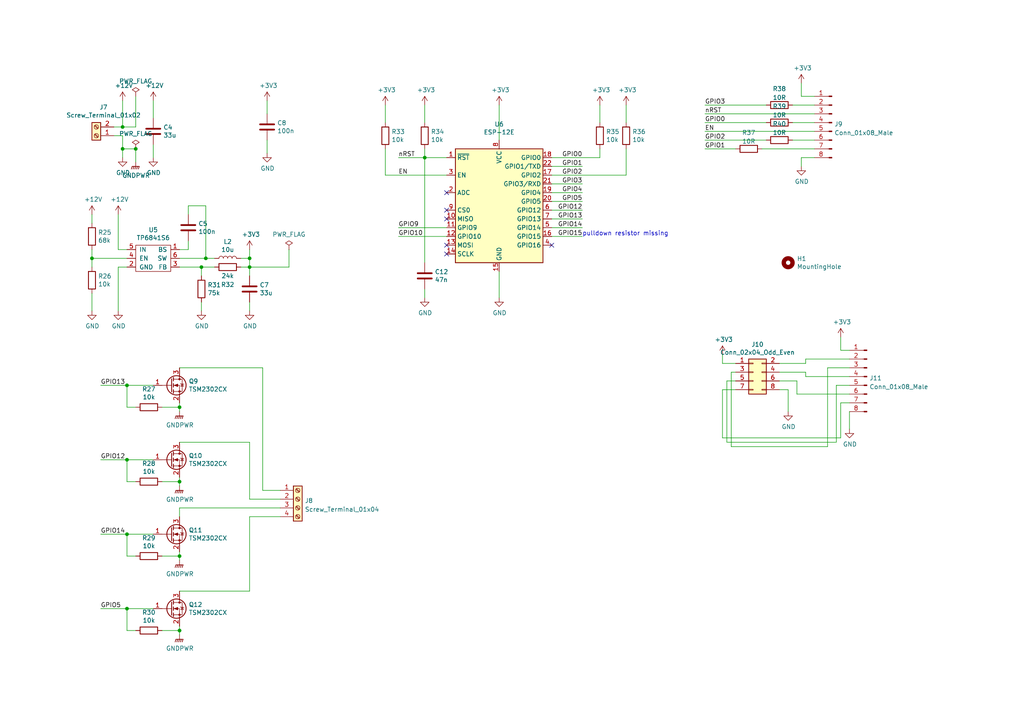
<source format=kicad_sch>
(kicad_sch (version 20211123) (generator eeschema)
  (paper "A4")
  (lib_symbols
    (symbol "Connector:Conn_01x08_Male" (pin_names (offset 1.016) hide)
      (property "Reference" "J" (at 0 10.16 0))
      (property "Value" "Conn_01x08_Male" (at 0 -12.7 0))
      (symbol "Conn_01x08_Male_1_1"
        (polyline (pts (xy 1.27 -10.16) (xy 0.8636 -10.16)) (stroke (width 0.1524)))
        (polyline (pts (xy 1.27 -7.62) (xy 0.8636 -7.62)) (stroke (width 0.1524)))
        (polyline (pts (xy 1.27 -5.08) (xy 0.8636 -5.08)) (stroke (width 0.1524)))
        (polyline (pts (xy 1.27 -2.54) (xy 0.8636 -2.54)) (stroke (width 0.1524)))
        (polyline (pts (xy 1.27 0) (xy 0.8636 0)) (stroke (width 0.1524)))
        (polyline (pts (xy 1.27 2.54) (xy 0.8636 2.54)) (stroke (width 0.1524)))
        (polyline (pts (xy 1.27 5.08) (xy 0.8636 5.08)) (stroke (width 0.1524)))
        (polyline (pts (xy 1.27 7.62) (xy 0.8636 7.62)) (stroke (width 0.1524)))
        (rectangle (start 0.8636 -10.033) (end 0 -10.287) (stroke (width 0.1524)) (fill (type outline)))
        (rectangle (start 0.8636 -7.493) (end 0 -7.747) (stroke (width 0.1524)) (fill (type outline)))
        (rectangle (start 0.8636 -4.953) (end 0 -5.207) (stroke (width 0.1524)) (fill (type outline)))
        (rectangle (start 0.8636 -2.413) (end 0 -2.667) (stroke (width 0.1524)) (fill (type outline)))
        (rectangle (start 0.8636 0.127) (end 0 -0.127) (stroke (width 0.1524)) (fill (type outline)))
        (rectangle (start 0.8636 2.667) (end 0 2.413) (stroke (width 0.1524)) (fill (type outline)))
        (rectangle (start 0.8636 5.207) (end 0 4.953) (stroke (width 0.1524)) (fill (type outline)))
        (rectangle (start 0.8636 7.747) (end 0 7.493) (stroke (width 0.1524)) (fill (type outline)))
        (pin passive line (at 5.08 7.62 180) (length 3.81) (name "Pin_1") (number "1"))
        (pin passive line (at 5.08 5.08 180) (length 3.81) (name "Pin_2") (number "2"))
        (pin passive line (at 5.08 2.54 180) (length 3.81) (name "Pin_3") (number "3"))
        (pin passive line (at 5.08 0 180) (length 3.81) (name "Pin_4") (number "4"))
        (pin passive line (at 5.08 -2.54 180) (length 3.81) (name "Pin_5") (number "5"))
        (pin passive line (at 5.08 -5.08 180) (length 3.81) (name "Pin_6") (number "6"))
        (pin passive line (at 5.08 -7.62 180) (length 3.81) (name "Pin_7") (number "7"))
        (pin passive line (at 5.08 -10.16 180) (length 3.81) (name "Pin_8") (number "8"))
      )
    )
    (symbol "Connector:Screw_Terminal_01x02" (pin_names (offset 1.016) hide)
      (property "Reference" "J" (at 0 2.54 0))
      (property "Value" "Screw_Terminal_01x02" (at 0 -5.08 0))
      (symbol "Screw_Terminal_01x02_1_1"
        (rectangle (start -1.27 1.27) (end 1.27 -3.81) (stroke (width 0.254)) (fill (type background)))
        (circle (center 0 -2.54) (radius 0.635) (stroke (width 0.1524)))
        (polyline (pts (xy -0.5334 -2.2098) (xy 0.3302 -3.048)) (stroke (width 0.1524)))
        (polyline (pts (xy -0.5334 0.3302) (xy 0.3302 -0.508)) (stroke (width 0.1524)))
        (polyline (pts (xy -0.3556 -2.032) (xy 0.508 -2.8702)) (stroke (width 0.1524)))
        (polyline (pts (xy -0.3556 0.508) (xy 0.508 -0.3302)) (stroke (width 0.1524)))
        (circle (center 0 0) (radius 0.635) (stroke (width 0.1524)))
        (pin passive line (at -5.08 0 0) (length 3.81) (name "Pin_1") (number "1"))
        (pin passive line (at -5.08 -2.54 0) (length 3.81) (name "Pin_2") (number "2"))
      )
    )
    (symbol "Connector:Screw_Terminal_01x04" (pin_names (offset 1.016) hide)
      (property "Reference" "J" (at 0 5.08 0))
      (property "Value" "Screw_Terminal_01x04" (at 0 -7.62 0))
      (symbol "Screw_Terminal_01x04_1_1"
        (rectangle (start -1.27 3.81) (end 1.27 -6.35) (stroke (width 0.254)) (fill (type background)))
        (circle (center 0 -5.08) (radius 0.635) (stroke (width 0.1524)))
        (circle (center 0 -2.54) (radius 0.635) (stroke (width 0.1524)))
        (polyline (pts (xy -0.5334 -4.7498) (xy 0.3302 -5.588)) (stroke (width 0.1524)))
        (polyline (pts (xy -0.5334 -2.2098) (xy 0.3302 -3.048)) (stroke (width 0.1524)))
        (polyline (pts (xy -0.5334 0.3302) (xy 0.3302 -0.508)) (stroke (width 0.1524)))
        (polyline (pts (xy -0.5334 2.8702) (xy 0.3302 2.032)) (stroke (width 0.1524)))
        (polyline (pts (xy -0.3556 -4.572) (xy 0.508 -5.4102)) (stroke (width 0.1524)))
        (polyline (pts (xy -0.3556 -2.032) (xy 0.508 -2.8702)) (stroke (width 0.1524)))
        (polyline (pts (xy -0.3556 0.508) (xy 0.508 -0.3302)) (stroke (width 0.1524)))
        (polyline (pts (xy -0.3556 3.048) (xy 0.508 2.2098)) (stroke (width 0.1524)))
        (circle (center 0 0) (radius 0.635) (stroke (width 0.1524)))
        (circle (center 0 2.54) (radius 0.635) (stroke (width 0.1524)))
        (pin passive line (at -5.08 2.54 0) (length 3.81) (name "Pin_1") (number "1"))
        (pin passive line (at -5.08 0 0) (length 3.81) (name "Pin_2") (number "2"))
        (pin passive line (at -5.08 -2.54 0) (length 3.81) (name "Pin_3") (number "3"))
        (pin passive line (at -5.08 -5.08 0) (length 3.81) (name "Pin_4") (number "4"))
      )
    )
    (symbol "Connector_Generic:Conn_02x04_Odd_Even" (pin_names (offset 1.016) hide)
      (property "Reference" "J" (at 1.27 5.08 0))
      (property "Value" "Conn_02x04_Odd_Even" (at 1.27 -7.62 0))
      (symbol "Conn_02x04_Odd_Even_1_1"
        (rectangle (start -1.27 -4.953) (end 0 -5.207) (stroke (width 0.1524)))
        (rectangle (start -1.27 -2.413) (end 0 -2.667) (stroke (width 0.1524)))
        (rectangle (start -1.27 0.127) (end 0 -0.127) (stroke (width 0.1524)))
        (rectangle (start -1.27 2.667) (end 0 2.413) (stroke (width 0.1524)))
        (rectangle (start -1.27 3.81) (end 3.81 -6.35) (stroke (width 0.254)) (fill (type background)))
        (rectangle (start 3.81 -4.953) (end 2.54 -5.207) (stroke (width 0.1524)))
        (rectangle (start 3.81 -2.413) (end 2.54 -2.667) (stroke (width 0.1524)))
        (rectangle (start 3.81 0.127) (end 2.54 -0.127) (stroke (width 0.1524)))
        (rectangle (start 3.81 2.667) (end 2.54 2.413) (stroke (width 0.1524)))
        (pin passive line (at -5.08 2.54 0) (length 3.81) (name "Pin_1") (number "1"))
        (pin passive line (at 7.62 2.54 180) (length 3.81) (name "Pin_2") (number "2"))
        (pin passive line (at -5.08 0 0) (length 3.81) (name "Pin_3") (number "3"))
        (pin passive line (at 7.62 0 180) (length 3.81) (name "Pin_4") (number "4"))
        (pin passive line (at -5.08 -2.54 0) (length 3.81) (name "Pin_5") (number "5"))
        (pin passive line (at 7.62 -2.54 180) (length 3.81) (name "Pin_6") (number "6"))
        (pin passive line (at -5.08 -5.08 0) (length 3.81) (name "Pin_7") (number "7"))
        (pin passive line (at 7.62 -5.08 180) (length 3.81) (name "Pin_8") (number "8"))
      )
    )
    (symbol "Device:C" (pin_numbers hide) (pin_names (offset 0.254))
      (property "Reference" "C" (at 0.635 2.54 0))
      (property "Value" "C" (at 0.635 -2.54 0))
      (symbol "C_0_1"
        (polyline (pts (xy -2.032 -0.762) (xy 2.032 -0.762)) (stroke (width 0.508)))
        (polyline (pts (xy -2.032 0.762) (xy 2.032 0.762)) (stroke (width 0.508)))
      )
      (symbol "C_1_1"
        (pin passive line (at 0 3.81 270) (length 2.794) (name "~") (number "1"))
        (pin passive line (at 0 -3.81 90) (length 2.794) (name "~") (number "2"))
      )
    )
    (symbol "Device:L" (pin_numbers hide) (pin_names (offset 1.016) hide)
      (property "Reference" "L" (at -1.27 0 90))
      (property "Value" "L" (at 1.905 0 90))
      (symbol "L_0_1"
        (arc (start 0 -2.54) (mid 0.635 -1.905) (end 0 -1.27))
        (arc (start 0 -1.27) (mid 0.635 -0.635) (end 0 0))
        (arc (start 0 0) (mid 0.635 0.635) (end 0 1.27))
        (arc (start 0 1.27) (mid 0.635 1.905) (end 0 2.54))
      )
      (symbol "L_1_1"
        (pin passive line (at 0 3.81 270) (length 1.27) (name "1") (number "1"))
        (pin passive line (at 0 -3.81 90) (length 1.27) (name "2") (number "2"))
      )
    )
    (symbol "Device:R" (pin_numbers hide) (pin_names (offset 0))
      (property "Reference" "R" (at 2.032 0 90))
      (property "Value" "R" (at 0 0 90))
      (symbol "R_0_1"
        (rectangle (start -1.016 -2.54) (end 1.016 2.54) (stroke (width 0.254)))
      )
      (symbol "R_1_1"
        (pin passive line (at 0 3.81 270) (length 1.27) (name "~") (number "1"))
        (pin passive line (at 0 -3.81 90) (length 1.27) (name "~") (number "2"))
      )
    )
    (symbol "Mechanical:MountingHole" (pin_names (offset 1.016))
      (property "Reference" "H" (at 0 5.08 0))
      (property "Value" "MountingHole" (at 0 3.175 0))
      (symbol "MountingHole_0_1"
        (circle (center 0 0) (radius 1.27) (stroke (width 1.27)))
      )
    )
    (symbol "RF_Module:ESP-12E"
      (property "Reference" "U" (at -12.7 19.05 0))
      (property "Value" "ESP-12E" (at 12.7 19.05 0))
      (symbol "ESP-12E_0_1"
        (rectangle (start -12.7 17.78) (end 12.7 -15.24) (stroke (width 0.254)) (fill (type background)))
      )
      (symbol "ESP-12E_1_1"
        (pin input line (at -15.24 15.24 0) (length 2.54) (name "~{RST}") (number "1"))
        (pin bidirectional line (at -15.24 -2.54 0) (length 2.54) (name "MISO") (number "10"))
        (pin bidirectional line (at -15.24 -5.08 0) (length 2.54) (name "GPIO9") (number "11"))
        (pin bidirectional line (at -15.24 -7.62 0) (length 2.54) (name "GPIO10") (number "12"))
        (pin bidirectional line (at -15.24 -10.16 0) (length 2.54) (name "MOSI") (number "13"))
        (pin bidirectional line (at -15.24 -12.7 0) (length 2.54) (name "SCLK") (number "14"))
        (pin power_in line (at 0 -17.78 90) (length 2.54) (name "GND") (number "15"))
        (pin bidirectional line (at 15.24 -7.62 180) (length 2.54) (name "GPIO15") (number "16"))
        (pin bidirectional line (at 15.24 10.16 180) (length 2.54) (name "GPIO2") (number "17"))
        (pin bidirectional line (at 15.24 15.24 180) (length 2.54) (name "GPIO0") (number "18"))
        (pin bidirectional line (at 15.24 5.08 180) (length 2.54) (name "GPIO4") (number "19"))
        (pin input line (at -15.24 5.08 0) (length 2.54) (name "ADC") (number "2"))
        (pin bidirectional line (at 15.24 2.54 180) (length 2.54) (name "GPIO5") (number "20"))
        (pin bidirectional line (at 15.24 7.62 180) (length 2.54) (name "GPIO3/RXD") (number "21"))
        (pin bidirectional line (at 15.24 12.7 180) (length 2.54) (name "GPIO1/TXD") (number "22"))
        (pin input line (at -15.24 10.16 0) (length 2.54) (name "EN") (number "3"))
        (pin bidirectional line (at 15.24 -10.16 180) (length 2.54) (name "GPIO16") (number "4"))
        (pin bidirectional line (at 15.24 -5.08 180) (length 2.54) (name "GPIO14") (number "5"))
        (pin bidirectional line (at 15.24 0 180) (length 2.54) (name "GPIO12") (number "6"))
        (pin bidirectional line (at 15.24 -2.54 180) (length 2.54) (name "GPIO13") (number "7"))
        (pin power_in line (at 0 20.32 270) (length 2.54) (name "VCC") (number "8"))
        (pin input line (at -15.24 0 0) (length 2.54) (name "CS0") (number "9"))
      )
    )
    (symbol "Transistor_FET:TSM2302CX" (pin_names hide)
      (property "Reference" "Q" (at 5.08 1.905 0))
      (property "Value" "TSM2302CX" (at 5.08 0 0))
      (symbol "TSM2302CX_0_1"
        (polyline (pts (xy 0.254 0) (xy -2.54 0)))
        (polyline (pts (xy 0.254 1.905) (xy 0.254 -1.905)) (stroke (width 0.254)))
        (polyline (pts (xy 0.762 -1.27) (xy 0.762 -2.286)) (stroke (width 0.254)))
        (polyline (pts (xy 0.762 0.508) (xy 0.762 -0.508)) (stroke (width 0.254)))
        (polyline (pts (xy 0.762 2.286) (xy 0.762 1.27)) (stroke (width 0.254)))
        (polyline (pts (xy 2.54 2.54) (xy 2.54 1.778)))
        (polyline (pts (xy 2.54 -2.54) (xy 2.54 0) (xy 0.762 0)))
        (polyline (pts (xy 0.762 -1.778) (xy 3.302 -1.778) (xy 3.302 1.778) (xy 0.762 1.778)))
        (polyline (pts (xy 1.016 0) (xy 2.032 0.381) (xy 2.032 -0.381) (xy 1.016 0)) (fill (type outline)))
        (polyline (pts (xy 2.794 0.508) (xy 2.921 0.381) (xy 3.683 0.381) (xy 3.81 0.254)))
        (polyline (pts (xy 3.302 0.381) (xy 2.921 -0.254) (xy 3.683 -0.254) (xy 3.302 0.381)))
        (circle (center 1.651 0) (radius 2.794) (stroke (width 0.254)))
        (circle (center 2.54 -1.778) (radius 0.254) (fill (type outline)))
        (circle (center 2.54 1.778) (radius 0.254) (fill (type outline)))
      )
      (symbol "TSM2302CX_1_1"
        (pin input line (at -5.08 0 0) (length 2.54) (name "G") (number "1"))
        (pin passive line (at 2.54 -5.08 90) (length 2.54) (name "S") (number "2"))
        (pin passive line (at 2.54 5.08 270) (length 2.54) (name "D") (number "3"))
      )
    )
    (symbol "esp-switch-rescue:+3.3V-power" (power) (pin_names (offset 0))
      (property "Value" "+3.3V-power" (at 0 3.556 0))
      (symbol "+3.3V-power_0_1"
        (polyline (pts (xy -0.762 1.27) (xy 0 2.54)))
        (polyline (pts (xy 0 0) (xy 0 2.54)))
        (polyline (pts (xy 0 2.54) (xy 0.762 1.27)))
      )
      (symbol "+3.3V-power_1_1"
        (pin power_in line (at 0 0 90) (length 0) hide (name "+3V3") (number "1"))
      )
    )
    (symbol "power:+12V" (power) (pin_names (offset 0))
      (property "Value" "+12V" (at 0 3.556 0))
      (symbol "+12V_0_1"
        (polyline (pts (xy -0.762 1.27) (xy 0 2.54)))
        (polyline (pts (xy 0 0) (xy 0 2.54)))
        (polyline (pts (xy 0 2.54) (xy 0.762 1.27)))
      )
      (symbol "+12V_1_1"
        (pin power_in line (at 0 0 90) (length 0) hide (name "+12V") (number "1"))
      )
    )
    (symbol "power:GND" (power) (pin_names (offset 0))
      (property "Value" "GND" (at 0 -3.81 0))
      (symbol "GND_0_1"
        (polyline (pts (xy 0 0) (xy 0 -1.27) (xy 1.27 -1.27) (xy 0 -2.54) (xy -1.27 -1.27) (xy 0 -1.27)))
      )
      (symbol "GND_1_1"
        (pin power_in line (at 0 0 270) (length 0) hide (name "GND") (number "1"))
      )
    )
    (symbol "power:GNDPWR" (power) (pin_names (offset 0))
      (property "Value" "GNDPWR" (at 0 -3.302 0))
      (symbol "GNDPWR_0_1"
        (polyline (pts (xy 0 -1.27) (xy 0 0)))
        (polyline (pts (xy -1.016 -1.27) (xy -1.27 -2.032) (xy -1.27 -2.032)) (stroke (width 0.2032)))
        (polyline (pts (xy -0.508 -1.27) (xy -0.762 -2.032) (xy -0.762 -2.032)) (stroke (width 0.2032)))
        (polyline (pts (xy 0 -1.27) (xy -0.254 -2.032) (xy -0.254 -2.032)) (stroke (width 0.2032)))
        (polyline (pts (xy 0.508 -1.27) (xy 0.254 -2.032) (xy 0.254 -2.032)) (stroke (width 0.2032)))
        (polyline (pts (xy 1.016 -1.27) (xy -1.016 -1.27) (xy -1.016 -1.27)) (stroke (width 0.2032)))
        (polyline (pts (xy 1.016 -1.27) (xy 0.762 -2.032) (xy 0.762 -2.032) (xy 0.762 -2.032)) (stroke (width 0.2032)))
      )
      (symbol "GNDPWR_1_1"
        (pin power_in line (at 0 0 270) (length 0) hide (name "GNDPWR") (number "1"))
      )
    )
    (symbol "power:PWR_FLAG" (power) (pin_numbers hide) (pin_names (offset 0) hide)
      (property "Value" "PWR_FLAG" (at 0 3.81 0))
      (symbol "PWR_FLAG_0_0"
        (pin power_out line (at 0 0 90) (length 0) (name "pwr") (number "1"))
      )
      (symbol "PWR_FLAG_0_1"
        (polyline (pts (xy 0 0) (xy 0 1.27) (xy -1.016 1.905) (xy 0 2.54) (xy 1.016 1.905) (xy 0 1.27)))
      )
    )
    (symbol "symbols:RY8310" (pin_names (offset 1.016))
      (property "Reference" "U" (at 0 -5.08 0))
      (property "Value" "RY8310" (at 0 5.08 0))
      (symbol "RY8310_0_1"
        (rectangle (start -5.08 3.81) (end 5.08 -3.81))
      )
      (symbol "RY8310_1_1"
        (pin passive line (at 7.62 2.54 180) (length 2.54) (name "BS") (number "1"))
        (pin power_in line (at -7.62 -2.54 0) (length 2.54) (name "GND") (number "2"))
        (pin passive line (at 7.62 -2.54 180) (length 2.54) (name "FB") (number "3"))
        (pin input line (at -7.62 0 0) (length 2.54) (name "EN") (number "4"))
        (pin power_in line (at -7.62 2.54 0) (length 2.54) (name "IN") (number "5"))
        (pin power_out line (at 7.62 0 180) (length 2.54) (name "SW") (number "6"))
      )
    )
  )
  (junction (at 36.83 133.35))
  (junction (at 52.07 182.88))
  (junction (at 39.37 43.18))
  (junction (at 52.07 118.11))
  (junction (at 59.69 74.93))
  (junction (at 36.83 111.76))
  (junction (at 26.67 74.93))
  (junction (at 72.39 77.47))
  (junction (at 36.83 176.53))
  (junction (at 72.39 74.93))
  (junction (at 123.19 45.72))
  (junction (at 35.56 36.83))
  (junction (at 35.56 43.18))
  (junction (at 52.07 139.7))
  (junction (at 58.42 77.47))
  (junction (at 36.83 154.94))
  (junction (at 52.07 161.29))
  (no_connect (at 129.54 71.12))
  (no_connect (at 160.02 71.12))
  (no_connect (at 129.54 63.5))
  (no_connect (at 129.54 73.66))
  (no_connect (at 129.54 55.88))
  (no_connect (at 129.54 60.96))
  (wire (pts (xy 168.91 48.26) (xy 160.02 48.26)))
  (wire (pts (xy 52.07 140.97) (xy 52.07 139.7)))
  (wire (pts (xy 111.76 50.8) (xy 111.76 43.18)))
  (wire (pts (xy 72.39 149.86) (xy 72.39 171.45)))
  (wire (pts (xy 52.07 118.11) (xy 52.07 116.84)))
  (wire (pts (xy 72.39 90.17) (xy 72.39 87.63)))
  (wire (pts (xy 52.07 182.88) (xy 52.07 181.61)))
  (wire (pts (xy 209.55 105.41) (xy 209.55 102.87)))
  (wire (pts (xy 72.39 74.93) (xy 69.85 74.93)))
  (wire (pts (xy 54.61 72.39) (xy 52.07 72.39)))
  (wire (pts (xy 209.55 127) (xy 243.84 127)))
  (wire (pts (xy 72.39 128.27) (xy 52.07 128.27)))
  (wire (pts (xy 210.82 128.27) (xy 242.57 128.27)))
  (wire (pts (xy 204.47 33.02) (xy 236.22 33.02)))
  (wire (pts (xy 233.68 109.22) (xy 246.38 109.22)))
  (wire (pts (xy 123.19 83.82) (xy 123.19 86.36)))
  (wire (pts (xy 232.41 48.26) (xy 232.41 45.72)))
  (wire (pts (xy 36.83 161.29) (xy 36.83 154.94)))
  (wire (pts (xy 72.39 77.47) (xy 83.82 77.47)))
  (wire (pts (xy 54.61 59.69) (xy 54.61 62.23)))
  (wire (pts (xy 173.99 35.56) (xy 173.99 30.48)))
  (wire (pts (xy 240.03 106.68) (xy 246.38 106.68)))
  (wire (pts (xy 160.02 58.42) (xy 168.91 58.42)))
  (wire (pts (xy 240.03 129.54) (xy 240.03 106.68)))
  (wire (pts (xy 213.36 113.03) (xy 209.55 113.03)))
  (wire (pts (xy 213.36 107.95) (xy 212.09 107.95)))
  (wire (pts (xy 59.69 59.69) (xy 54.61 59.69)))
  (wire (pts (xy 242.57 111.76) (xy 246.38 111.76)))
  (wire (pts (xy 115.57 45.72) (xy 123.19 45.72)))
  (wire (pts (xy 26.67 64.77) (xy 26.67 62.23)))
  (wire (pts (xy 39.37 161.29) (xy 36.83 161.29)))
  (wire (pts (xy 160.02 60.96) (xy 168.91 60.96)))
  (wire (pts (xy 52.07 162.56) (xy 52.07 161.29)))
  (wire (pts (xy 46.99 182.88) (xy 52.07 182.88)))
  (wire (pts (xy 26.67 74.93) (xy 36.83 74.93)))
  (wire (pts (xy 58.42 90.17) (xy 58.42 87.63)))
  (wire (pts (xy 72.39 171.45) (xy 52.07 171.45)))
  (wire (pts (xy 36.83 154.94) (xy 44.45 154.94)))
  (wire (pts (xy 72.39 144.78) (xy 72.39 128.27)))
  (wire (pts (xy 129.54 66.04) (xy 115.57 66.04)))
  (wire (pts (xy 46.99 118.11) (xy 52.07 118.11)))
  (wire (pts (xy 181.61 50.8) (xy 181.61 43.18)))
  (wire (pts (xy 209.55 113.03) (xy 209.55 127)))
  (wire (pts (xy 34.29 77.47) (xy 36.83 77.47)))
  (wire (pts (xy 232.41 45.72) (xy 236.22 45.72)))
  (wire (pts (xy 76.2 106.68) (xy 76.2 142.24)))
  (wire (pts (xy 160.02 63.5) (xy 168.91 63.5)))
  (wire (pts (xy 58.42 80.01) (xy 58.42 77.47)))
  (wire (pts (xy 52.07 74.93) (xy 59.69 74.93)))
  (wire (pts (xy 59.69 74.93) (xy 62.23 74.93)))
  (wire (pts (xy 34.29 90.17) (xy 34.29 77.47)))
  (wire (pts (xy 26.67 90.17) (xy 26.67 85.09)))
  (wire (pts (xy 243.84 97.79) (xy 243.84 101.6)))
  (wire (pts (xy 233.68 105.41) (xy 233.68 104.14)))
  (wire (pts (xy 212.09 129.54) (xy 240.03 129.54)))
  (wire (pts (xy 228.6 119.38) (xy 228.6 113.03)))
  (wire (pts (xy 35.56 36.83) (xy 33.02 36.83)))
  (wire (pts (xy 123.19 30.48) (xy 123.19 35.56)))
  (wire (pts (xy 72.39 80.01) (xy 72.39 77.47)))
  (wire (pts (xy 231.14 110.49) (xy 231.14 114.3)))
  (wire (pts (xy 123.19 45.72) (xy 129.54 45.72)))
  (wire (pts (xy 46.99 161.29) (xy 52.07 161.29)))
  (wire (pts (xy 243.84 116.84) (xy 246.38 116.84)))
  (wire (pts (xy 52.07 77.47) (xy 58.42 77.47)))
  (wire (pts (xy 39.37 46.99) (xy 39.37 43.18)))
  (wire (pts (xy 36.83 111.76) (xy 44.45 111.76)))
  (wire (pts (xy 204.47 30.48) (xy 222.25 30.48)))
  (wire (pts (xy 29.21 154.94) (xy 36.83 154.94)))
  (wire (pts (xy 204.47 38.1) (xy 236.22 38.1)))
  (wire (pts (xy 204.47 40.64) (xy 222.25 40.64)))
  (wire (pts (xy 44.45 29.21) (xy 44.45 34.29)))
  (wire (pts (xy 233.68 104.14) (xy 246.38 104.14)))
  (wire (pts (xy 160.02 68.58) (xy 168.91 68.58)))
  (wire (pts (xy 204.47 35.56) (xy 222.25 35.56)))
  (wire (pts (xy 160.02 66.04) (xy 168.91 66.04)))
  (wire (pts (xy 52.07 161.29) (xy 52.07 160.02)))
  (wire (pts (xy 58.42 77.47) (xy 62.23 77.47)))
  (wire (pts (xy 232.41 27.94) (xy 236.22 27.94)))
  (wire (pts (xy 52.07 149.86) (xy 52.07 147.32)))
  (wire (pts (xy 232.41 24.13) (xy 232.41 27.94)))
  (wire (pts (xy 72.39 149.86) (xy 81.28 149.86)))
  (wire (pts (xy 243.84 101.6) (xy 246.38 101.6)))
  (wire (pts (xy 39.37 36.83) (xy 35.56 36.83)))
  (wire (pts (xy 36.83 182.88) (xy 36.83 176.53)))
  (wire (pts (xy 231.14 114.3) (xy 246.38 114.3)))
  (wire (pts (xy 36.83 118.11) (xy 36.83 111.76)))
  (wire (pts (xy 144.78 30.48) (xy 144.78 40.64)))
  (wire (pts (xy 36.83 176.53) (xy 44.45 176.53)))
  (wire (pts (xy 39.37 139.7) (xy 36.83 139.7)))
  (wire (pts (xy 34.29 72.39) (xy 34.29 62.23)))
  (wire (pts (xy 52.07 147.32) (xy 81.28 147.32)))
  (wire (pts (xy 243.84 127) (xy 243.84 116.84)))
  (wire (pts (xy 228.6 113.03) (xy 226.06 113.03)))
  (wire (pts (xy 29.21 176.53) (xy 36.83 176.53)))
  (wire (pts (xy 29.21 111.76) (xy 36.83 111.76)))
  (wire (pts (xy 168.91 53.34) (xy 160.02 53.34)))
  (wire (pts (xy 35.56 39.37) (xy 35.56 43.18)))
  (wire (pts (xy 26.67 72.39) (xy 26.67 74.93)))
  (wire (pts (xy 52.07 119.38) (xy 52.07 118.11)))
  (wire (pts (xy 123.19 76.2) (xy 123.19 45.72)))
  (wire (pts (xy 72.39 72.39) (xy 72.39 74.93)))
  (wire (pts (xy 76.2 142.24) (xy 81.28 142.24)))
  (wire (pts (xy 233.68 107.95) (xy 233.68 109.22)))
  (wire (pts (xy 204.47 43.18) (xy 213.36 43.18)))
  (wire (pts (xy 39.37 27.94) (xy 39.37 36.83)))
  (wire (pts (xy 160.02 50.8) (xy 181.61 50.8)))
  (wire (pts (xy 72.39 77.47) (xy 72.39 74.93)))
  (wire (pts (xy 111.76 50.8) (xy 129.54 50.8)))
  (wire (pts (xy 212.09 107.95) (xy 212.09 129.54)))
  (wire (pts (xy 46.99 139.7) (xy 52.07 139.7)))
  (wire (pts (xy 36.83 72.39) (xy 34.29 72.39)))
  (wire (pts (xy 52.07 106.68) (xy 76.2 106.68)))
  (wire (pts (xy 160.02 55.88) (xy 168.91 55.88)))
  (wire (pts (xy 26.67 74.93) (xy 26.67 77.47)))
  (wire (pts (xy 111.76 30.48) (xy 111.76 35.56)))
  (wire (pts (xy 160.02 45.72) (xy 173.99 45.72)))
  (wire (pts (xy 52.07 139.7) (xy 52.07 138.43)))
  (wire (pts (xy 35.56 29.21) (xy 35.56 36.83)))
  (wire (pts (xy 44.45 45.72) (xy 44.45 41.91)))
  (wire (pts (xy 220.98 43.18) (xy 236.22 43.18)))
  (wire (pts (xy 35.56 43.18) (xy 35.56 45.72)))
  (wire (pts (xy 246.38 119.38) (xy 246.38 124.46)))
  (wire (pts (xy 81.28 144.78) (xy 72.39 144.78)))
  (wire (pts (xy 35.56 39.37) (xy 33.02 39.37)))
  (wire (pts (xy 39.37 43.18) (xy 35.56 43.18)))
  (wire (pts (xy 213.36 105.41) (xy 209.55 105.41)))
  (wire (pts (xy 210.82 110.49) (xy 210.82 128.27)))
  (wire (pts (xy 226.06 110.49) (xy 231.14 110.49)))
  (wire (pts (xy 54.61 69.85) (xy 54.61 72.39)))
  (wire (pts (xy 36.83 139.7) (xy 36.83 133.35)))
  (wire (pts (xy 229.87 40.64) (xy 236.22 40.64)))
  (wire (pts (xy 226.06 107.95) (xy 233.68 107.95)))
  (wire (pts (xy 242.57 128.27) (xy 242.57 111.76)))
  (wire (pts (xy 59.69 74.93) (xy 59.69 59.69)))
  (wire (pts (xy 36.83 133.35) (xy 44.45 133.35)))
  (wire (pts (xy 77.47 44.45) (xy 77.47 40.64)))
  (wire (pts (xy 226.06 105.41) (xy 233.68 105.41)))
  (wire (pts (xy 181.61 30.48) (xy 181.61 35.56)))
  (wire (pts (xy 123.19 43.18) (xy 123.19 45.72)))
  (wire (pts (xy 52.07 184.15) (xy 52.07 182.88)))
  (wire (pts (xy 173.99 43.18) (xy 173.99 45.72)))
  (wire (pts (xy 83.82 72.39) (xy 83.82 77.47)))
  (wire (pts (xy 213.36 110.49) (xy 210.82 110.49)))
  (wire (pts (xy 144.78 78.74) (xy 144.78 86.36)))
  (wire (pts (xy 115.57 68.58) (xy 129.54 68.58)))
  (wire (pts (xy 39.37 118.11) (xy 36.83 118.11)))
  (wire (pts (xy 77.47 33.02) (xy 77.47 29.21)))
  (wire (pts (xy 229.87 35.56) (xy 236.22 35.56)))
  (wire (pts (xy 29.21 133.35) (xy 36.83 133.35)))
  (wire (pts (xy 39.37 182.88) (xy 36.83 182.88)))
  (wire (pts (xy 69.85 77.47) (xy 72.39 77.47)))
  (wire (pts (xy 229.87 30.48) (xy 236.22 30.48)))
  (text "pulldown resistor missing" (at 168.91 68.58 0) (effects (font (size 1.27 1.27)) (justify left bottom)))
  (label "GPIO1" (at 204.47 43.18 0))
  (label "GPIO0" (at 204.47 35.56 0))
  (label "EN" (at 115.57 50.8 0))
  (label "GPIO12" (at 168.91 60.96 180))
  (label "GPIO3" (at 168.91 53.34 180))
  (label "GPIO5" (at 168.91 58.42 180))
  (label "GPIO4" (at 168.91 55.88 180))
  (label "GPIO9" (at 115.57 66.04 0))
  (label "GPIO13" (at 29.21 111.76 0))
  (label "nRST" (at 204.47 33.02 0))
  (label "EN" (at 204.47 38.1 0))
  (label "GPIO2" (at 204.47 40.64 0))
  (label "GPIO12" (at 29.21 133.35 0))
  (label "GPIO5" (at 29.21 176.53 0))
  (label "GPIO14" (at 29.21 154.94 0))
  (label "GPIO13" (at 168.91 63.5 180))
  (label "GPIO10" (at 115.57 68.58 0))
  (label "GPIO15" (at 168.91 68.58 180))
  (label "GPIO3" (at 204.47 30.48 0))
  (label "GPIO1" (at 168.91 48.26 180))
  (label "GPIO2" (at 168.91 50.8 180))
  (label "GPIO14" (at 168.91 66.04 180))
  (label "nRST" (at 115.57 45.72 0))
  (label "GPIO0" (at 168.91 45.72 180))
  (symbol (lib_id "power:GND") (at 228.6 119.38 0) (unit 1)
    (property "Reference" "#PWR0168" (effects hide))
    (property "Value" "GND" (at 228.727 123.7742 0))
  )
  (symbol (lib_id "Connector:Screw_Terminal_01x04") (at 86.36 144.78 0) (unit 1)
    (property "Reference" "J8" (at 88.392 145.2153 0) (effects (justify left)))
    (property "Value" "Screw_Terminal_01x04" (at 88.392 147.7522 0) (effects (justify left)))
    (property "Footprint" "TerminalBlock:TerminalBlock_bornier-4_P5.08mm" (effects hide))
  )
  (symbol (lib_id "Device:R") (at 26.67 68.58 0) (unit 1)
    (property "Reference" "R25" (at 28.448 67.4116 0) (effects (justify left)))
    (property "Value" "68k" (at 28.448 69.723 0) (effects (justify left)))
    (property "Footprint" "Resistor_SMD:R_0805_2012Metric_Pad1.20x1.40mm_HandSolder" (effects hide))
  )
  (symbol (lib_id "Device:R") (at 58.42 83.82 180) (unit 1)
    (property "Reference" "R31" (at 60.198 82.6516 0) (effects (justify right)))
    (property "Value" "75k" (at 60.198 84.963 0) (effects (justify right)))
    (property "Footprint" "Resistor_SMD:R_0805_2012Metric_Pad1.20x1.40mm_HandSolder" (effects hide))
  )
  (symbol (lib_id "RF_Module:ESP-12E") (at 144.78 60.96 0) (unit 1)
    (property "Reference" "U6" (at 144.78 36.0426 0))
    (property "Value" "ESP-12E" (at 144.78 38.354 0))
    (property "Footprint" "RF_Module:ESP-12E" (effects hide))
    (property "Datasheet" "http://wiki.ai-thinker.com/_media/esp8266/esp8266_series_modules_user_manual_v1.1.pdf" (effects hide))
  )
  (symbol (lib_id "power:+12V") (at 26.67 62.23 0) (unit 1)
    (property "Reference" "#PWR0147" (effects hide))
    (property "Value" "+12V" (at 27.051 57.8358 0))
  )
  (symbol (lib_id "power:PWR_FLAG") (at 39.37 27.94 0) (unit 1)
    (property "Reference" "#FLG0105" (effects hide))
    (property "Value" "PWR_FLAG" (at 39.37 23.5458 0))
  )
  (symbol (lib_id "Transistor_FET:TSM2302CX") (at 49.53 154.94 0) (unit 1)
    (property "Reference" "Q11" (at 54.737 153.7716 0) (effects (justify left)))
    (property "Value" "TSM2302CX" (at 54.737 156.083 0) (effects (justify left)))
    (property "Footprint" "Package_TO_SOT_SMD:SOT-23_Handsoldering" (effects hide))
    (property "Datasheet" "https://www.taiwansemi.com/products/datasheet/TSM2302CX_E1608.pdf" (effects hide))
  )
  (symbol (lib_id "Device:R") (at 181.61 39.37 180) (unit 1)
    (property "Reference" "R36" (at 183.388 38.2016 0) (effects (justify right)))
    (property "Value" "10k" (at 183.388 40.513 0) (effects (justify right)))
    (property "Footprint" "Resistor_SMD:R_0805_2012Metric_Pad1.20x1.40mm_HandSolder" (effects hide))
  )
  (symbol (lib_id "symbols:RY8310") (at 44.45 74.93 0) (unit 1)
    (property "Reference" "U5" (at 44.45 66.675 0))
    (property "Value" "TP6841S6" (at 44.45 68.9864 0))
    (property "Footprint" "Package_TO_SOT_SMD:SOT-23-6_Handsoldering" (effects hide))
  )
  (symbol (lib_id "Device:C") (at 123.19 80.01 0) (unit 1)
    (property "Reference" "C12" (at 126.111 78.8416 0) (effects (justify left)))
    (property "Value" "47n" (at 126.111 81.153 0) (effects (justify left)))
    (property "Footprint" "Capacitor_SMD:C_0805_2012Metric_Pad1.18x1.45mm_HandSolder" (effects hide))
  )
  (symbol (lib_id "power:PWR_FLAG") (at 83.82 72.39 0) (unit 1)
    (property "Reference" "#FLG0104" (effects hide))
    (property "Value" "PWR_FLAG" (at 83.82 67.9958 0))
  )
  (symbol (lib_id "Device:R") (at 226.06 35.56 90) (unit 1)
    (property "Reference" "R39" (at 226.06 30.8442 90))
    (property "Value" "10R" (at 226.06 33.3811 90))
    (property "Footprint" "Resistor_SMD:R_0805_2012Metric_Pad1.20x1.40mm_HandSolder" (effects hide))
  )
  (symbol (lib_id "Device:R") (at 43.18 118.11 270) (unit 1)
    (property "Reference" "R27" (at 43.18 112.8522 90))
    (property "Value" "10k" (at 43.18 115.1636 90))
    (property "Footprint" "Resistor_SMD:R_0805_2012Metric_Pad1.20x1.40mm_HandSolder" (effects hide))
  )
  (symbol (lib_id "Transistor_FET:TSM2302CX") (at 49.53 111.76 0) (unit 1)
    (property "Reference" "Q9" (at 54.737 110.5916 0) (effects (justify left)))
    (property "Value" "TSM2302CX" (at 54.737 112.903 0) (effects (justify left)))
    (property "Footprint" "Package_TO_SOT_SMD:SOT-23_Handsoldering" (effects hide))
    (property "Datasheet" "https://www.taiwansemi.com/products/datasheet/TSM2302CX_E1608.pdf" (effects hide))
  )
  (symbol (lib_id "esp-switch-rescue:+3.3V-power") (at 77.47 29.21 0) (unit 1)
    (property "Reference" "#PWR0144" (effects hide))
    (property "Value" "+3.3V" (at 77.851 24.8158 0))
  )
  (symbol (lib_id "power:+12V") (at 34.29 62.23 0) (unit 1)
    (property "Reference" "#PWR0149" (effects hide))
    (property "Value" "+12V" (at 34.671 57.8358 0))
  )
  (symbol (lib_id "power:+12V") (at 35.56 29.21 0) (unit 1)
    (property "Reference" "#PWR0142" (effects hide))
    (property "Value" "+12V" (at 35.941 24.8158 0))
  )
  (symbol (lib_id "Device:R") (at 226.06 40.64 90) (unit 1)
    (property "Reference" "R40" (at 226.06 35.9242 90))
    (property "Value" "10R" (at 226.06 38.4611 90))
    (property "Footprint" "Resistor_SMD:R_0805_2012Metric_Pad1.20x1.40mm_HandSolder" (effects hide))
  )
  (symbol (lib_id "Device:R") (at 123.19 39.37 180) (unit 1)
    (property "Reference" "R34" (at 124.968 38.2016 0) (effects (justify right)))
    (property "Value" "10k" (at 124.968 40.513 0) (effects (justify right)))
    (property "Footprint" "Resistor_SMD:R_0805_2012Metric_Pad1.20x1.40mm_HandSolder" (effects hide))
  )
  (symbol (lib_id "power:GND") (at 35.56 45.72 0) (unit 1)
    (property "Reference" "#PWR0148" (effects hide))
    (property "Value" "GND" (at 35.687 50.1142 0))
  )
  (symbol (lib_id "power:GNDPWR") (at 52.07 184.15 0) (unit 1)
    (property "Reference" "#PWR0165" (effects hide))
    (property "Value" "GNDPWR" (at 52.1716 188.0616 0))
  )
  (symbol (lib_id "esp-switch-rescue:+3.3V-power") (at 209.55 102.87 0) (unit 1)
    (property "Reference" "#PWR0170" (effects hide))
    (property "Value" "+3.3V" (at 209.931 98.4758 0))
  )
  (symbol (lib_id "Device:R") (at 111.76 39.37 180) (unit 1)
    (property "Reference" "R33" (at 113.538 38.2016 0) (effects (justify right)))
    (property "Value" "10k" (at 113.538 40.513 0) (effects (justify right)))
    (property "Footprint" "Resistor_SMD:R_0805_2012Metric_Pad1.20x1.40mm_HandSolder" (effects hide))
  )
  (symbol (lib_id "Connector:Conn_01x08_Male") (at 241.3 35.56 0) (mirror y) (unit 1)
    (property "Reference" "J9" (at 242.0112 35.9953 0) (effects (justify right)))
    (property "Value" "Conn_01x08_Male" (at 242.0112 38.5322 0) (effects (justify right)))
    (property "Footprint" "Connector_PinHeader_2.54mm:PinHeader_1x08_P2.54mm_Vertical" (effects hide))
  )
  (symbol (lib_id "esp-switch-rescue:+3.3V-power") (at 173.99 30.48 0) (unit 1)
    (property "Reference" "#PWR0157" (effects hide))
    (property "Value" "+3.3V" (at 174.371 26.0858 0))
  )
  (symbol (lib_id "esp-switch-rescue:+3.3V-power") (at 111.76 30.48 0) (unit 1)
    (property "Reference" "#PWR0155" (effects hide))
    (property "Value" "+3.3V" (at 112.141 26.0858 0))
  )
  (symbol (lib_id "power:GND") (at 72.39 90.17 0) (unit 1)
    (property "Reference" "#PWR0159" (effects hide))
    (property "Value" "GND" (at 72.517 94.5642 0))
  )
  (symbol (lib_id "power:GND") (at 34.29 90.17 0) (unit 1)
    (property "Reference" "#PWR0141" (effects hide))
    (property "Value" "GND" (at 34.417 94.5642 0))
  )
  (symbol (lib_id "esp-switch-rescue:+3.3V-power") (at 72.39 72.39 0) (unit 1)
    (property "Reference" "#PWR0139" (effects hide))
    (property "Value" "+3.3V" (at 72.771 67.9958 0))
  )
  (symbol (lib_id "power:GND") (at 58.42 90.17 0) (unit 1)
    (property "Reference" "#PWR0160" (effects hide))
    (property "Value" "GND" (at 58.547 94.5642 0))
  )
  (symbol (lib_id "Connector_Generic:Conn_02x04_Odd_Even") (at 218.44 107.95 0) (unit 1)
    (property "Reference" "J10" (at 219.71 99.8982 0))
    (property "Value" "Conn_02x04_Odd_Even" (at 219.71 102.2096 0))
    (property "Footprint" "Connector_PinHeader_2.54mm:PinHeader_2x04_P2.54mm_Vertical" (effects hide))
  )
  (symbol (lib_id "Transistor_FET:TSM2302CX") (at 49.53 176.53 0) (unit 1)
    (property "Reference" "Q12" (at 54.737 175.3616 0) (effects (justify left)))
    (property "Value" "TSM2302CX" (at 54.737 177.673 0) (effects (justify left)))
    (property "Footprint" "Package_TO_SOT_SMD:SOT-23_Handsoldering" (effects hide))
    (property "Datasheet" "https://www.taiwansemi.com/products/datasheet/TSM2302CX_E1608.pdf" (effects hide))
  )
  (symbol (lib_id "power:GND") (at 123.19 86.36 0) (unit 1)
    (property "Reference" "#PWR0152" (effects hide))
    (property "Value" "GND" (at 123.317 90.7542 0))
  )
  (symbol (lib_id "Device:R") (at 26.67 81.28 0) (unit 1)
    (property "Reference" "R26" (at 28.448 80.1116 0) (effects (justify left)))
    (property "Value" "10k" (at 28.448 82.423 0) (effects (justify left)))
    (property "Footprint" "Resistor_SMD:R_0805_2012Metric_Pad1.20x1.40mm_HandSolder" (effects hide))
  )
  (symbol (lib_id "power:GND") (at 44.45 45.72 0) (unit 1)
    (property "Reference" "#PWR0151" (effects hide))
    (property "Value" "GND" (at 44.577 50.1142 0))
  )
  (symbol (lib_id "power:GNDPWR") (at 52.07 119.38 0) (unit 1)
    (property "Reference" "#PWR0161" (effects hide))
    (property "Value" "GNDPWR" (at 52.1716 123.2916 0))
  )
  (symbol (lib_id "Device:C") (at 72.39 83.82 0) (unit 1)
    (property "Reference" "C7" (at 75.311 82.6516 0) (effects (justify left)))
    (property "Value" "33u" (at 75.311 84.963 0) (effects (justify left)))
    (property "Footprint" "Capacitor_SMD:C_1812_4532Metric_Pad1.57x3.40mm_HandSolder" (effects hide))
    (property "Lomex" "82-12-12 " (effects hide))
  )
  (symbol (lib_id "power:GNDPWR") (at 52.07 140.97 0) (unit 1)
    (property "Reference" "#PWR0163" (effects hide))
    (property "Value" "GNDPWR" (at 52.1716 144.8816 0))
  )
  (symbol (lib_id "power:+12V") (at 44.45 29.21 0) (unit 1)
    (property "Reference" "#PWR0143" (effects hide))
    (property "Value" "+12V" (at 44.831 24.8158 0))
  )
  (symbol (lib_id "Mechanical:MountingHole") (at 228.6 76.2 0) (unit 1)
    (property "Reference" "H1" (at 231.14 75.0316 0) (effects (justify left)))
    (property "Value" "MountingHole" (at 231.14 77.343 0) (effects (justify left)))
    (property "Footprint" "MountingHole:MountingHole_3.2mm_M3_DIN965" (effects hide))
  )
  (symbol (lib_id "power:GNDPWR") (at 39.37 46.99 0) (unit 1)
    (property "Reference" "#PWR0150" (effects hide))
    (property "Value" "GNDPWR" (at 39.4716 50.9016 0))
  )
  (symbol (lib_id "Device:R") (at 173.99 39.37 180) (unit 1)
    (property "Reference" "R35" (at 175.768 38.2016 0) (effects (justify right)))
    (property "Value" "10k" (at 175.768 40.513 0) (effects (justify right)))
    (property "Footprint" "Resistor_SMD:R_0805_2012Metric_Pad1.20x1.40mm_HandSolder" (effects hide))
  )
  (symbol (lib_id "power:PWR_FLAG") (at 39.37 43.18 0) (unit 1)
    (property "Reference" "#FLG0106" (effects hide))
    (property "Value" "PWR_FLAG" (at 39.37 38.7858 0))
  )
  (symbol (lib_id "power:GND") (at 246.38 124.46 0) (unit 1)
    (property "Reference" "#PWR0169" (effects hide))
    (property "Value" "GND" (at 246.507 128.8542 0))
  )
  (symbol (lib_id "esp-switch-rescue:+3.3V-power") (at 144.78 30.48 0) (unit 1)
    (property "Reference" "#PWR0156" (effects hide))
    (property "Value" "+3.3V" (at 145.161 26.0858 0))
  )
  (symbol (lib_id "Device:C") (at 54.61 66.04 0) (unit 1)
    (property "Reference" "C5" (at 57.531 64.8716 0) (effects (justify left)))
    (property "Value" "100n" (at 57.531 67.183 0) (effects (justify left)))
    (property "Footprint" "Capacitor_SMD:C_0805_2012Metric_Pad1.18x1.45mm_HandSolder" (effects hide))
  )
  (symbol (lib_id "Device:R") (at 43.18 182.88 270) (unit 1)
    (property "Reference" "R30" (at 43.18 177.6222 90))
    (property "Value" "10k" (at 43.18 179.9336 90))
    (property "Footprint" "Resistor_SMD:R_0805_2012Metric_Pad1.20x1.40mm_HandSolder" (effects hide))
  )
  (symbol (lib_id "Device:R") (at 43.18 161.29 270) (unit 1)
    (property "Reference" "R29" (at 43.18 156.0322 90))
    (property "Value" "10k" (at 43.18 158.3436 90))
    (property "Footprint" "Resistor_SMD:R_0805_2012Metric_Pad1.20x1.40mm_HandSolder" (effects hide))
  )
  (symbol (lib_id "Connector:Screw_Terminal_01x02") (at 27.94 39.37 180) (unit 1)
    (property "Reference" "J7" (at 30.0228 31.115 0))
    (property "Value" "Screw_Terminal_01x02" (at 30.0228 33.4264 0))
    (property "Footprint" "TerminalBlock:TerminalBlock_bornier-2_P5.08mm" (effects hide))
  )
  (symbol (lib_id "Transistor_FET:TSM2302CX") (at 49.53 133.35 0) (unit 1)
    (property "Reference" "Q10" (at 54.737 132.1816 0) (effects (justify left)))
    (property "Value" "TSM2302CX" (at 54.737 134.493 0) (effects (justify left)))
    (property "Footprint" "Package_TO_SOT_SMD:SOT-23_Handsoldering" (effects hide))
    (property "Datasheet" "https://www.taiwansemi.com/products/datasheet/TSM2302CX_E1608.pdf" (effects hide))
  )
  (symbol (lib_id "Connector:Conn_01x08_Male") (at 251.46 109.22 0) (mirror y) (unit 1)
    (property "Reference" "J11" (at 252.1712 109.6553 0) (effects (justify right)))
    (property "Value" "Conn_01x08_Male" (at 252.1712 112.1922 0) (effects (justify right)))
    (property "Footprint" "Connector_PinHeader_2.54mm:PinHeader_1x08_P2.54mm_Vertical" (effects hide))
  )
  (symbol (lib_id "Device:R") (at 43.18 139.7 270) (unit 1)
    (property "Reference" "R28" (at 43.18 134.4422 90))
    (property "Value" "10k" (at 43.18 136.7536 90))
    (property "Footprint" "Resistor_SMD:R_0805_2012Metric_Pad1.20x1.40mm_HandSolder" (effects hide))
  )
  (symbol (lib_id "power:GND") (at 232.41 48.26 0) (unit 1)
    (property "Reference" "#PWR0166" (effects hide))
    (property "Value" "GND" (at 232.537 52.6542 0))
  )
  (symbol (lib_id "power:GND") (at 77.47 44.45 0) (unit 1)
    (property "Reference" "#PWR0146" (effects hide))
    (property "Value" "GND" (at 77.597 48.8442 0))
  )
  (symbol (lib_id "Device:C") (at 44.45 38.1 0) (unit 1)
    (property "Reference" "C4" (at 47.371 36.9316 0) (effects (justify left)))
    (property "Value" "33u" (at 47.371 39.243 0) (effects (justify left)))
    (property "Footprint" "Capacitor_SMD:C_1812_4532Metric_Pad1.57x3.40mm_HandSolder" (effects hide))
    (property "Lomex" "82-12-12 " (effects hide))
  )
  (symbol (lib_id "Device:C") (at 77.47 36.83 0) (unit 1)
    (property "Reference" "C8" (at 80.391 35.6616 0) (effects (justify left)))
    (property "Value" "100n" (at 80.391 37.973 0) (effects (justify left)))
    (property "Footprint" "Capacitor_SMD:C_0805_2012Metric_Pad1.18x1.45mm_HandSolder" (effects hide))
  )
  (symbol (lib_id "power:GNDPWR") (at 52.07 162.56 0) (unit 1)
    (property "Reference" "#PWR0164" (effects hide))
    (property "Value" "GNDPWR" (at 52.1716 166.4716 0))
  )
  (symbol (lib_id "esp-switch-rescue:+3.3V-power") (at 123.19 30.48 0) (unit 1)
    (property "Reference" "#PWR0154" (effects hide))
    (property "Value" "+3.3V" (at 123.571 26.0858 0))
  )
  (symbol (lib_id "power:GND") (at 144.78 86.36 0) (unit 1)
    (property "Reference" "#PWR0153" (effects hide))
    (property "Value" "GND" (at 144.907 90.7542 0))
  )
  (symbol (lib_id "esp-switch-rescue:+3.3V-power") (at 232.41 24.13 0) (unit 1)
    (property "Reference" "#PWR0162" (effects hide))
    (property "Value" "+3.3V" (at 232.791 19.7358 0))
  )
  (symbol (lib_id "esp-switch-rescue:+3.3V-power") (at 181.61 30.48 0) (unit 1)
    (property "Reference" "#PWR0158" (effects hide))
    (property "Value" "+3.3V" (at 181.991 26.0858 0))
  )
  (symbol (lib_id "Device:L") (at 66.04 74.93 270) (mirror x) (unit 1)
    (property "Reference" "L2" (at 66.04 70.104 90))
    (property "Value" "10u" (at 66.04 72.4154 90))
    (property "Footprint" "esp-switch:DLG-0504" (effects hide))
    (property "HEstore" "100.385.80" (effects hide))
  )
  (symbol (lib_id "Device:R") (at 66.04 77.47 90) (mirror x) (unit 1)
    (property "Reference" "R32" (at 66.04 82.55 90))
    (property "Value" "24k" (at 66.04 80.01 90))
    (property "Footprint" "Resistor_SMD:R_0805_2012Metric_Pad1.20x1.40mm_HandSolder" (effects hide))
  )
  (symbol (lib_id "esp-switch-rescue:+3.3V-power") (at 243.84 97.79 0) (unit 1)
    (property "Reference" "#PWR0167" (effects hide))
    (property "Value" "+3.3V" (at 244.221 93.3958 0))
  )
  (symbol (lib_id "Device:R") (at 217.17 43.18 90) (unit 1)
    (property "Reference" "R37" (at 217.17 38.4642 90))
    (property "Value" "10R" (at 217.17 41.0011 90))
    (property "Footprint" "Resistor_SMD:R_0805_2012Metric_Pad1.20x1.40mm_HandSolder" (effects hide))
  )
  (symbol (lib_id "power:GND") (at 26.67 90.17 0) (unit 1)
    (property "Reference" "#PWR0140" (effects hide))
    (property "Value" "GND" (at 26.797 94.5642 0))
  )
  (symbol (lib_id "Device:R") (at 226.06 30.48 90) (unit 1)
    (property "Reference" "R38" (at 226.06 25.7642 90))
    (property "Value" "10R" (at 226.06 28.3011 90))
    (property "Footprint" "Resistor_SMD:R_0805_2012Metric_Pad1.20x1.40mm_HandSolder" (effects hide))
  )
)
</source>
